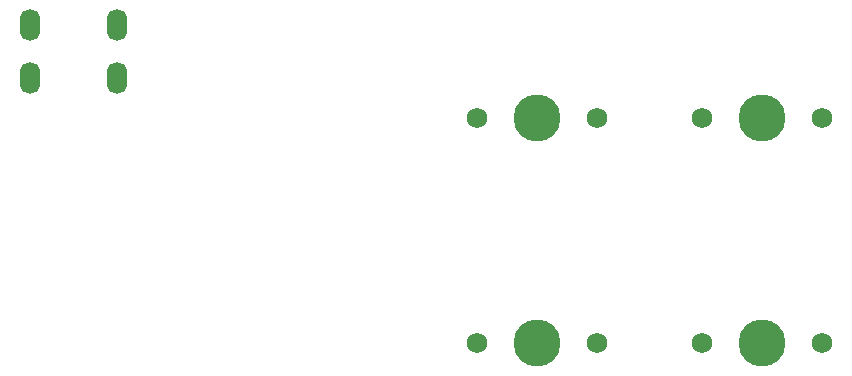
<source format=gbr>
%TF.GenerationSoftware,KiCad,Pcbnew,(6.0.9)*%
%TF.CreationDate,2022-11-11T17:54:53+11:00*%
%TF.ProjectId,Tomie2-Macro-Pad,546f6d69-6532-42d4-9d61-63726f2d5061,rev?*%
%TF.SameCoordinates,Original*%
%TF.FileFunction,Soldermask,Top*%
%TF.FilePolarity,Negative*%
%FSLAX46Y46*%
G04 Gerber Fmt 4.6, Leading zero omitted, Abs format (unit mm)*
G04 Created by KiCad (PCBNEW (6.0.9)) date 2022-11-11 17:54:53*
%MOMM*%
%LPD*%
G01*
G04 APERTURE LIST*
%ADD10C,1.750000*%
%ADD11C,3.987800*%
%ADD12O,1.700000X2.700000*%
G04 APERTURE END LIST*
D10*
%TO.C,MX4*%
X113823750Y-117475000D03*
D11*
X108743750Y-117475000D03*
D10*
X103663750Y-117475000D03*
%TD*%
%TO.C,MX1*%
X84613750Y-98425000D03*
X94773750Y-98425000D03*
D11*
X89693750Y-98425000D03*
%TD*%
D10*
%TO.C,MX3*%
X84613750Y-117475000D03*
X94773750Y-117475000D03*
D11*
X89693750Y-117475000D03*
%TD*%
D10*
%TO.C,MX2*%
X103663750Y-98425000D03*
D11*
X108743750Y-98425000D03*
D10*
X113823750Y-98425000D03*
%TD*%
D12*
%TO.C,USB1*%
X54131250Y-94987500D03*
X46831250Y-94987500D03*
X46831250Y-90487500D03*
X54131250Y-90487500D03*
%TD*%
M02*

</source>
